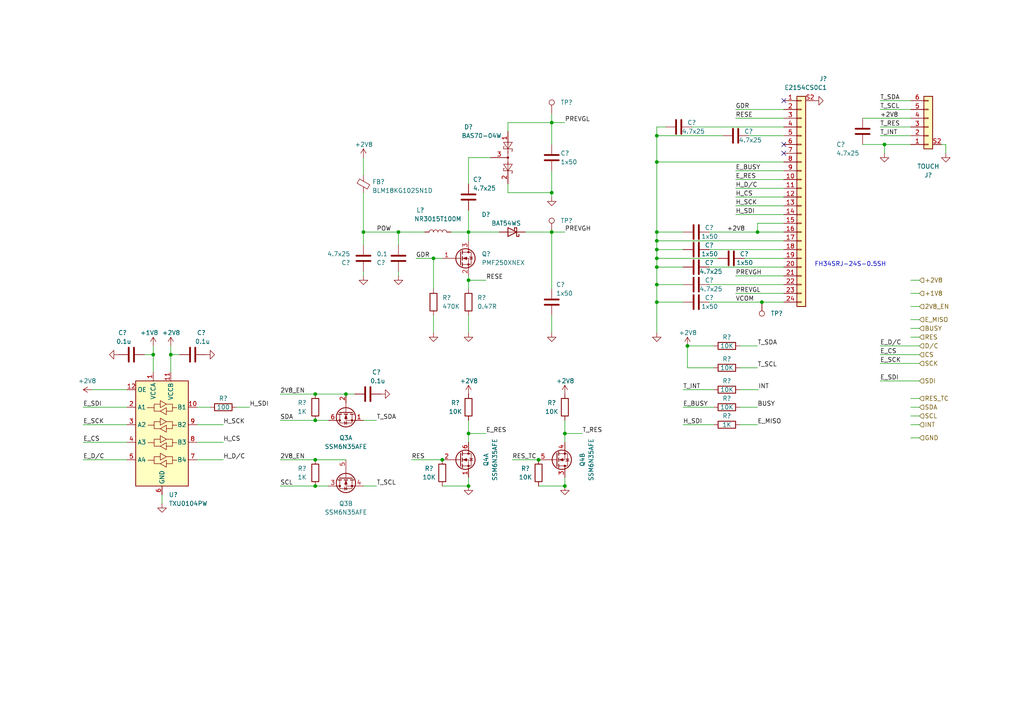
<source format=kicad_sch>
(kicad_sch (version 20230221) (generator eeschema)
  (paper "A4")
  (lib_symbols
    (symbol "Connector:TestPoint" (pin_numbers hide) (pin_names (offset 0.762) hide)
      (property "Reference" "TP" (at 0 6.858 0))
      (property "Value" "TestPoint" (at 0 5.08 0))
      (symbol "TestPoint_0_1"
        (circle (center 0 3.302) (radius 0.762))
      )
      (symbol "TestPoint_1_1"
        (pin passive line (at 0 0 90) (length 2.54) (name "1") (number "1"))
      )
    )
    (symbol "Connector_Generic:Conn_01x06" (pin_names (offset 1.016) hide)
      (property "Reference" "J5" (at 0 13.97 0))
      (property "Value" "TOUCH" (at 0 11.43 0))
      (symbol "Conn_01x06_1_1"
        (rectangle (start -1.27 -7.493) (end 0 -7.747) (stroke (width 0.1524)))
        (rectangle (start -1.27 -4.953) (end 0 -5.207) (stroke (width 0.1524)))
        (rectangle (start -1.27 -2.413) (end 0 -2.667) (stroke (width 0.1524)))
        (rectangle (start -1.27 0.127) (end 0 -0.127) (stroke (width 0.1524)))
        (rectangle (start -1.27 2.667) (end 0 2.413) (stroke (width 0.1524)))
        (rectangle (start -1.27 5.207) (end 0 4.953) (stroke (width 0.1524)))
        (rectangle (start -1.27 6.35) (end 1.27 -8.89) (stroke (width 0.254)) (fill (type background)))
        (pin passive line (at -5.08 5.08 0) (length 3.81) (name "Pin_1") (number "1"))
        (pin passive line (at -5.08 2.54 0) (length 3.81) (name "Pin_2") (number "2"))
        (pin passive line (at -5.08 0 0) (length 3.81) (name "Pin_3") (number "3"))
        (pin passive line (at -5.08 -2.54 0) (length 3.81) (name "Pin_4") (number "4"))
        (pin passive line (at -5.08 -5.08 0) (length 3.81) (name "Pin_5") (number "5"))
        (pin passive line (at -5.08 -7.62 0) (length 3.81) (name "Pin_6") (number "6"))
        (pin free line (at 3.81 5.08 180) (length 2.54) (name "S") (number "S2"))
      )
    )
    (symbol "Connector_Generic:Conn_01x24" (pin_names (offset 1.016) hide)
      (property "Reference" "J4" (at 6.35 34.29 0))
      (property "Value" "E2154CS0C1" (at 1.27 31.75 0))
      (symbol "Conn_01x24_1_1"
        (rectangle (start -1.27 -30.353) (end 0 -30.607) (stroke (width 0.1524)))
        (rectangle (start -1.27 -27.813) (end 0 -28.067) (stroke (width 0.1524)))
        (rectangle (start -1.27 -25.273) (end 0 -25.527) (stroke (width 0.1524)))
        (rectangle (start -1.27 -22.733) (end 0 -22.987) (stroke (width 0.1524)))
        (rectangle (start -1.27 -20.193) (end 0 -20.447) (stroke (width 0.1524)))
        (rectangle (start -1.27 -17.653) (end 0 -17.907) (stroke (width 0.1524)))
        (rectangle (start -1.27 -15.113) (end 0 -15.367) (stroke (width 0.1524)))
        (rectangle (start -1.27 -12.573) (end 0 -12.827) (stroke (width 0.1524)))
        (rectangle (start -1.27 -10.033) (end 0 -10.287) (stroke (width 0.1524)))
        (rectangle (start -1.27 -7.493) (end 0 -7.747) (stroke (width 0.1524)))
        (rectangle (start -1.27 -4.953) (end 0 -5.207) (stroke (width 0.1524)))
        (rectangle (start -1.27 -2.413) (end 0 -2.667) (stroke (width 0.1524)))
        (rectangle (start -1.27 0.127) (end 0 -0.127) (stroke (width 0.1524)))
        (rectangle (start -1.27 2.667) (end 0 2.413) (stroke (width 0.1524)))
        (rectangle (start -1.27 5.207) (end 0 4.953) (stroke (width 0.1524)))
        (rectangle (start -1.27 7.747) (end 0 7.493) (stroke (width 0.1524)))
        (rectangle (start -1.27 10.287) (end 0 10.033) (stroke (width 0.1524)))
        (rectangle (start -1.27 12.827) (end 0 12.573) (stroke (width 0.1524)))
        (rectangle (start -1.27 15.367) (end 0 15.113) (stroke (width 0.1524)))
        (rectangle (start -1.27 17.907) (end 0 17.653) (stroke (width 0.1524)))
        (rectangle (start -1.27 20.447) (end 0 20.193) (stroke (width 0.1524)))
        (rectangle (start -1.27 22.987) (end 0 22.733) (stroke (width 0.1524)))
        (rectangle (start -1.27 25.527) (end 0 25.273) (stroke (width 0.1524)))
        (rectangle (start -1.27 28.067) (end 0 27.813) (stroke (width 0.1524)))
        (rectangle (start -1.27 29.21) (end 1.27 -31.75) (stroke (width 0.254)) (fill (type background)))
        (pin passive line (at -5.08 27.94 0) (length 3.81) (name "Pin_1") (number "1"))
        (pin passive line (at -5.08 5.08 0) (length 3.81) (name "Pin_10") (number "10"))
        (pin passive line (at -5.08 2.54 0) (length 3.81) (name "Pin_11") (number "11"))
        (pin passive line (at -5.08 0 0) (length 3.81) (name "Pin_12") (number "12"))
        (pin passive line (at -5.08 -2.54 0) (length 3.81) (name "Pin_13") (number "13"))
        (pin passive line (at -5.08 -5.08 0) (length 3.81) (name "Pin_14") (number "14"))
        (pin passive line (at -5.08 -7.62 0) (length 3.81) (name "Pin_15") (number "15"))
        (pin passive line (at -5.08 -10.16 0) (length 3.81) (name "Pin_16") (number "16"))
        (pin passive line (at -5.08 -12.7 0) (length 3.81) (name "Pin_17") (number "17"))
        (pin passive line (at -5.08 -15.24 0) (length 3.81) (name "Pin_18") (number "18"))
        (pin passive line (at -5.08 -17.78 0) (length 3.81) (name "Pin_19") (number "19"))
        (pin passive line (at -5.08 25.4 0) (length 3.81) (name "Pin_2") (number "2"))
        (pin passive line (at -5.08 -20.32 0) (length 3.81) (name "Pin_20") (number "20"))
        (pin passive line (at -5.08 -22.86 0) (length 3.81) (name "Pin_21") (number "21"))
        (pin passive line (at -5.08 -25.4 0) (length 3.81) (name "Pin_22") (number "22"))
        (pin passive line (at -5.08 -27.94 0) (length 3.81) (name "Pin_23") (number "23"))
        (pin passive line (at -5.08 -30.48 0) (length 3.81) (name "Pin_24") (number "24"))
        (pin passive line (at -5.08 22.86 0) (length 3.81) (name "Pin_3") (number "3"))
        (pin passive line (at -5.08 20.32 0) (length 3.81) (name "Pin_4") (number "4"))
        (pin passive line (at -5.08 17.78 0) (length 3.81) (name "Pin_5") (number "5"))
        (pin passive line (at -5.08 15.24 0) (length 3.81) (name "Pin_6") (number "6"))
        (pin passive line (at -5.08 12.7 0) (length 3.81) (name "Pin_7") (number "7"))
        (pin passive line (at -5.08 10.16 0) (length 3.81) (name "Pin_8") (number "8"))
        (pin passive line (at -5.08 7.62 0) (length 3.81) (name "Pin_9") (number "9"))
        (pin free line (at 3.81 27.94 180) (length 2.54) (name "S") (number "S2"))
      )
    )
    (symbol "Device:C" (pin_numbers hide) (pin_names (offset 0.254))
      (property "Reference" "C" (at 0.635 2.54 0))
      (property "Value" "C" (at 0.635 -2.54 0))
      (symbol "C_0_1"
        (polyline (pts (xy -2.032 -0.762) (xy 2.032 -0.762)) (stroke (width 0.508)))
        (polyline (pts (xy -2.032 0.762) (xy 2.032 0.762)) (stroke (width 0.508)))
      )
      (symbol "C_1_1"
        (pin passive line (at 0 3.81 270) (length 2.794) (name "~") (number "1"))
        (pin passive line (at 0 -3.81 90) (length 2.794) (name "~") (number "2"))
      )
    )
    (symbol "Device:D_Schottky" (pin_numbers hide) (pin_names (offset 1.016) hide)
      (property "Reference" "D" (at 0 2.54 0))
      (property "Value" "D_Schottky" (at 0 -2.54 0))
      (symbol "D_Schottky_0_1"
        (polyline (pts (xy 1.27 0) (xy -1.27 0)))
        (polyline (pts (xy 1.27 1.27) (xy 1.27 -1.27) (xy -1.27 0) (xy 1.27 1.27)) (stroke (width 0.254)))
        (polyline (pts (xy -1.905 0.635) (xy -1.905 1.27) (xy -1.27 1.27) (xy -1.27 -1.27) (xy -0.635 -1.27) (xy -0.635 -0.635)) (stroke (width 0.254)))
      )
      (symbol "D_Schottky_1_1"
        (pin passive line (at -3.81 0 0) (length 2.54) (name "K") (number "1"))
        (pin passive line (at 3.81 0 180) (length 2.54) (name "A") (number "2"))
      )
    )
    (symbol "Device:FerriteBead_Small" (pin_numbers hide) (pin_names (offset 0))
      (property "Reference" "FB" (at 1.905 1.27 0))
      (property "Value" "FerriteBead_Small" (at 1.905 -1.27 0))
      (symbol "FerriteBead_Small_0_1"
        (polyline (pts (xy 0 -1.27) (xy 0 -0.7874)))
        (polyline (pts (xy 0 0.889) (xy 0 1.2954)))
        (polyline (pts (xy -1.8288 0.2794) (xy -1.1176 1.4986) (xy 1.8288 -0.2032) (xy 1.1176 -1.4224) (xy -1.8288 0.2794)))
      )
      (symbol "FerriteBead_Small_1_1"
        (pin passive line (at 0 2.54 270) (length 1.27) (name "~") (number "1"))
        (pin passive line (at 0 -2.54 90) (length 1.27) (name "~") (number "2"))
      )
    )
    (symbol "Device:L" (pin_numbers hide) (pin_names (offset 1.016) hide)
      (property "Reference" "L" (at -1.27 0 90))
      (property "Value" "L" (at 1.905 0 90))
      (symbol "L_0_1"
        (arc (start 0 -2.54) (mid 0.6323 -1.905) (end 0 -1.27))
        (arc (start 0 -1.27) (mid 0.6323 -0.635) (end 0 0))
        (arc (start 0 0) (mid 0.6323 0.635) (end 0 1.27))
        (arc (start 0 1.27) (mid 0.6323 1.905) (end 0 2.54))
      )
      (symbol "L_1_1"
        (pin passive line (at 0 3.81 270) (length 1.27) (name "1") (number "1"))
        (pin passive line (at 0 -3.81 90) (length 1.27) (name "2") (number "2"))
      )
    )
    (symbol "Device:Q_NMOS_GSD" (pin_names (offset 0) hide)
      (property "Reference" "Q" (at 5.08 1.27 0))
      (property "Value" "Q_NMOS_GSD" (at 5.08 -1.27 0))
      (symbol "Q_NMOS_GSD_0_1"
        (polyline (pts (xy 0.254 0) (xy -2.54 0)))
        (polyline (pts (xy 0.254 1.905) (xy 0.254 -1.905)) (stroke (width 0.254)))
        (polyline (pts (xy 0.762 -1.27) (xy 0.762 -2.286)) (stroke (width 0.254)))
        (polyline (pts (xy 0.762 0.508) (xy 0.762 -0.508)) (stroke (width 0.254)))
        (polyline (pts (xy 0.762 2.286) (xy 0.762 1.27)) (stroke (width 0.254)))
        (polyline (pts (xy 2.54 2.54) (xy 2.54 1.778)))
        (polyline (pts (xy 2.54 -2.54) (xy 2.54 0) (xy 0.762 0)))
        (polyline (pts (xy 0.762 -1.778) (xy 3.302 -1.778) (xy 3.302 1.778) (xy 0.762 1.778)))
        (polyline (pts (xy 1.016 0) (xy 2.032 0.381) (xy 2.032 -0.381) (xy 1.016 0)) (fill (type outline)))
        (polyline (pts (xy 2.794 0.508) (xy 2.921 0.381) (xy 3.683 0.381) (xy 3.81 0.254)))
        (polyline (pts (xy 3.302 0.381) (xy 2.921 -0.254) (xy 3.683 -0.254) (xy 3.302 0.381)))
        (circle (center 1.651 0) (radius 2.794) (stroke (width 0.254)))
        (circle (center 2.54 -1.778) (radius 0.254) (fill (type outline)))
        (circle (center 2.54 1.778) (radius 0.254) (fill (type outline)))
      )
      (symbol "Q_NMOS_GSD_1_1"
        (pin input line (at -5.08 0 0) (length 2.54) (name "G") (number "1"))
        (pin passive line (at 2.54 -5.08 90) (length 2.54) (name "S") (number "2"))
        (pin passive line (at 2.54 5.08 270) (length 2.54) (name "D") (number "3"))
      )
    )
    (symbol "Device:R" (pin_numbers hide) (pin_names (offset 0))
      (property "Reference" "R" (at 2.032 0 90))
      (property "Value" "R" (at 0 0 90))
      (symbol "R_0_1"
        (rectangle (start -1.016 -2.54) (end 1.016 2.54) (stroke (width 0.254)))
      )
      (symbol "R_1_1"
        (pin passive line (at 0 3.81 270) (length 1.27) (name "~") (number "1"))
        (pin passive line (at 0 -3.81 90) (length 1.27) (name "~") (number "2"))
      )
    )
    (symbol "Diode:BAT54SW" (pin_names (offset 1.016))
      (property "Reference" "D" (at 0.635 -3.81 0))
      (property "Value" "BAT54SW" (at -6.35 3.175 0))
      (symbol "BAT54SW_0_1"
        (polyline (pts (xy -3.81 0) (xy -1.27 0)))
        (polyline (pts (xy -3.175 -1.27) (xy -3.175 -1.016)))
        (polyline (pts (xy -2.54 -1.27) (xy -3.175 -1.27)))
        (polyline (pts (xy -2.54 -1.27) (xy -2.54 1.27)))
        (polyline (pts (xy -2.54 1.27) (xy -1.905 1.27)))
        (polyline (pts (xy -1.905 0) (xy 1.905 0)))
        (polyline (pts (xy -1.905 1.27) (xy -1.905 1.016)))
        (polyline (pts (xy 1.27 0) (xy 3.81 0)))
        (polyline (pts (xy 3.175 -1.27) (xy 3.175 -1.016)))
        (polyline (pts (xy 3.81 -1.27) (xy 3.175 -1.27)))
        (polyline (pts (xy 3.81 -1.27) (xy 3.81 1.27)))
        (polyline (pts (xy 3.81 1.27) (xy 4.445 1.27)))
        (polyline (pts (xy 4.445 1.27) (xy 4.445 1.016)))
        (polyline (pts (xy -4.445 1.27) (xy -4.445 -1.27) (xy -2.54 0) (xy -4.445 1.27)))
        (polyline (pts (xy 1.905 1.27) (xy 1.905 -1.27) (xy 3.81 0) (xy 1.905 1.27)))
        (circle (center 0 0) (radius 0.254) (fill (type outline)))
      )
      (symbol "BAT54SW_1_1"
        (pin passive line (at -7.62 0 0) (length 3.81) (name "~") (number "1"))
        (pin passive line (at 7.62 0 180) (length 3.81) (name "~") (number "2"))
        (pin passive line (at 0 -5.08 90) (length 5.08) (name "~") (number "3"))
      )
    )
    (symbol "Logic_LevelTranslator:TXB0104RUT"
      (property "Reference" "U" (at -6.35 16.51 0))
      (property "Value" "TXB0104RUT" (at 3.81 16.51 0))
      (symbol "TXB0104RUT_0_1"
        (rectangle (start -7.62 15.24) (end 7.62 -15.24) (stroke (width 0.254)) (fill (type background)))
        (polyline (pts (xy -2.286 -7.747) (xy -2.286 -6.731) (xy -0.508 -6.731)))
        (polyline (pts (xy -2.286 -2.667) (xy -2.286 -1.651) (xy -0.508 -1.651)))
        (polyline (pts (xy -2.286 2.413) (xy -2.286 3.429) (xy -0.508 3.429)))
        (polyline (pts (xy -2.286 7.493) (xy -2.286 8.509) (xy -0.508 8.509)))
        (polyline (pts (xy 3.048 -7.747) (xy 3.048 -8.763) (xy 1.27 -8.763)))
        (polyline (pts (xy 3.048 -2.667) (xy 3.048 -3.683) (xy 1.27 -3.683)))
        (polyline (pts (xy 3.048 2.413) (xy 3.048 1.397) (xy 1.27 1.397)))
        (polyline (pts (xy 3.048 7.493) (xy 3.048 6.477) (xy 1.27 6.477)))
        (polyline (pts (xy -0.508 -8.763) (xy -2.286 -8.763) (xy -2.286 -7.747) (xy -4.064 -7.747)))
        (polyline (pts (xy -0.508 -8.763) (xy 1.27 -7.747) (xy 1.27 -9.779) (xy -0.508 -8.763)))
        (polyline (pts (xy -0.508 -3.683) (xy -2.286 -3.683) (xy -2.286 -2.667) (xy -4.064 -2.667)))
        (polyline (pts (xy -0.508 -3.683) (xy 1.27 -2.667) (xy 1.27 -4.699) (xy -0.508 -3.683)))
        (polyline (pts (xy -0.508 1.397) (xy -2.286 1.397) (xy -2.286 2.413) (xy -4.064 2.413)))
        (polyline (pts (xy -0.508 1.397) (xy 1.27 2.413) (xy 1.27 0.381) (xy -0.508 1.397)))
        (polyline (pts (xy -0.508 6.477) (xy -2.286 6.477) (xy -2.286 7.493) (xy -4.318 7.493)))
        (polyline (pts (xy -0.508 6.477) (xy 1.27 7.493) (xy 1.27 5.461) (xy -0.508 6.477)))
        (polyline (pts (xy 1.27 -6.731) (xy -0.508 -7.747) (xy -0.508 -5.715) (xy 1.27 -6.731)))
        (polyline (pts (xy 1.27 -6.731) (xy 3.048 -6.731) (xy 3.048 -7.747) (xy 4.318 -7.747)))
        (polyline (pts (xy 1.27 -1.651) (xy -0.508 -2.667) (xy -0.508 -0.635) (xy 1.27 -1.651)))
        (polyline (pts (xy 1.27 -1.651) (xy 3.048 -1.651) (xy 3.048 -2.667) (xy 4.318 -2.667)))
        (polyline (pts (xy 1.27 3.429) (xy -0.508 2.413) (xy -0.508 4.445) (xy 1.27 3.429)))
        (polyline (pts (xy 1.27 3.429) (xy 3.048 3.429) (xy 3.048 2.413) (xy 4.318 2.413)))
        (polyline (pts (xy 1.27 8.509) (xy -0.508 7.493) (xy -0.508 9.525) (xy 1.27 8.509)))
        (polyline (pts (xy 1.27 8.509) (xy 3.048 8.509) (xy 3.048 7.493) (xy 4.318 7.493)))
      )
      (symbol "TXB0104RUT_1_1"
        (pin power_in line (at -2.54 17.78 270) (length 2.54) (name "VCCA") (number "1"))
        (pin tri_state line (at 10.16 7.62 180) (length 2.54) (name "B1") (number "10"))
        (pin power_in line (at 2.54 17.78 270) (length 2.54) (name "VCCB") (number "11"))
        (pin input line (at -10.16 12.7 0) (length 2.54) (name "OE") (number "12"))
        (pin tri_state line (at -10.16 7.62 0) (length 2.54) (name "A1") (number "2"))
        (pin tri_state line (at -10.16 2.54 0) (length 2.54) (name "A2") (number "3"))
        (pin tri_state line (at -10.16 -2.54 0) (length 2.54) (name "A3") (number "4"))
        (pin tri_state line (at -10.16 -7.62 0) (length 2.54) (name "A4") (number "5"))
        (pin power_in line (at 0 -17.78 90) (length 2.54) (name "GND") (number "6"))
        (pin tri_state line (at 10.16 -7.62 180) (length 2.54) (name "B4") (number "7"))
        (pin tri_state line (at 10.16 -2.54 180) (length 2.54) (name "B3") (number "8"))
        (pin tri_state line (at 10.16 2.54 180) (length 2.54) (name "B2") (number "9"))
      )
    )
    (symbol "Transistor_FET:FDG1024NZ" (pin_names hide)
      (property "Reference" "Q" (at 5.08 1.905 0))
      (property "Value" "FDG1024NZ" (at 5.08 0 0))
      (symbol "FDG1024NZ_0_1"
        (polyline (pts (xy 0.254 0) (xy -2.54 0)))
        (polyline (pts (xy 0.254 1.905) (xy 0.254 -1.905)) (stroke (width 0.254)))
        (polyline (pts (xy 0.762 -1.27) (xy 0.762 -2.286)) (stroke (width 0.254)))
        (polyline (pts (xy 0.762 0.508) (xy 0.762 -0.508)) (stroke (width 0.254)))
        (polyline (pts (xy 0.762 2.286) (xy 0.762 1.27)) (stroke (width 0.254)))
        (polyline (pts (xy 2.54 2.54) (xy 2.54 1.778)))
        (polyline (pts (xy 2.54 -2.54) (xy 2.54 0) (xy 0.762 0)))
        (polyline (pts (xy 0.762 -1.778) (xy 3.302 -1.778) (xy 3.302 1.778) (xy 0.762 1.778)))
        (polyline (pts (xy 1.016 0) (xy 2.032 0.381) (xy 2.032 -0.381) (xy 1.016 0)) (fill (type outline)))
        (polyline (pts (xy 2.794 0.508) (xy 2.921 0.381) (xy 3.683 0.381) (xy 3.81 0.254)))
        (polyline (pts (xy 3.302 0.381) (xy 2.921 -0.254) (xy 3.683 -0.254) (xy 3.302 0.381)))
        (circle (center 1.651 0) (radius 2.794) (stroke (width 0.254)))
        (circle (center 2.54 -1.778) (radius 0.254) (fill (type outline)))
        (circle (center 2.54 1.778) (radius 0.254) (fill (type outline)))
      )
      (symbol "FDG1024NZ_1_1"
        (pin passive line (at 2.54 -5.08 90) (length 2.54) (name "S") (number "1"))
        (pin passive line (at -5.08 0 0) (length 2.54) (name "G") (number "2"))
        (pin passive line (at 2.54 5.08 270) (length 2.54) (name "D") (number "6"))
      )
      (symbol "FDG1024NZ_2_1"
        (pin passive line (at 2.54 5.08 270) (length 2.54) (name "D") (number "3"))
        (pin passive line (at 2.54 -5.08 90) (length 2.54) (name "S") (number "4"))
        (pin passive line (at -5.08 0 0) (length 2.54) (name "G") (number "5"))
      )
    )
    (symbol "power:+1V8" (power) (pin_names (offset 0))
      (property "Value" "+1V8" (at 0 3.556 0))
      (symbol "+1V8_0_1"
        (polyline (pts (xy -0.762 1.27) (xy 0 2.54)))
        (polyline (pts (xy 0 0) (xy 0 2.54)))
        (polyline (pts (xy 0 2.54) (xy 0.762 1.27)))
      )
      (symbol "+1V8_1_1"
        (pin power_in line (at 0 0 90) (length 0) hide (name "+1V8") (number "1"))
      )
    )
    (symbol "power:+2V8" (power) (pin_names (offset 0))
      (property "Value" "+2V8" (at 0 3.556 0))
      (symbol "+2V8_0_1"
        (polyline (pts (xy -0.762 1.27) (xy 0 2.54)))
        (polyline (pts (xy 0 0) (xy 0 2.54)))
        (polyline (pts (xy 0 2.54) (xy 0.762 1.27)))
      )
      (symbol "+2V8_1_1"
        (pin power_in line (at 0 0 90) (length 0) hide (name "+2V8") (number "1"))
      )
    )
    (symbol "power:GND" (power) (pin_names (offset 0))
      (property "Value" "GND" (at 0 -3.81 0))
      (symbol "GND_0_1"
        (polyline (pts (xy 0 0) (xy 0 -1.27) (xy 1.27 -1.27) (xy 0 -2.54) (xy -1.27 -1.27) (xy 0 -1.27)))
      )
      (symbol "GND_1_1"
        (pin power_in line (at 0 0 270) (length 0) hide (name "GND") (number "1"))
      )
    )
  )
  (junction (at 256.54 41.91))
  (junction (at 128.27 133.35))
  (junction (at 190.5 67.31))
  (junction (at 160.02 55.88))
  (junction (at 163.83 140.97))
  (junction (at 220.98 87.63))
  (junction (at 219.71 67.31))
  (junction (at 100.33 114.3))
  (junction (at 156.21 133.35))
  (junction (at 49.53 102.87))
  (junction (at 135.89 125.73))
  (junction (at 91.44 133.35))
  (junction (at 115.57 67.31))
  (junction (at 91.44 140.97))
  (junction (at 190.5 87.63))
  (junction (at 190.5 72.39))
  (junction (at 91.44 121.92))
  (junction (at 163.83 125.73))
  (junction (at 190.5 77.47))
  (junction (at 190.5 39.37))
  (junction (at 125.73 74.93))
  (junction (at 190.5 69.85))
  (junction (at 44.45 102.87))
  (junction (at 91.44 114.3))
  (junction (at 190.5 82.55))
  (junction (at 160.02 35.56))
  (junction (at 190.5 74.93))
  (junction (at 135.89 140.97))
  (junction (at 135.89 81.28))
  (junction (at 190.5 46.99))
  (junction (at 199.39 100.33))
  (junction (at 160.02 67.31))
  (junction (at 105.41 67.31))
  (junction (at 135.89 67.31))
  (no_connect (at 227.33 44.45))
  (no_connect (at 227.33 41.91))
  (no_connect (at 227.33 29.21))
  (wire (pts (xy 190.5 67.31) (xy 198.12 67.31)))
  (wire (pts (xy 255.27 102.87) (xy 266.7 102.87)))
  (wire (pts (xy 190.5 69.85) (xy 190.5 72.39)))
  (wire (pts (xy 41.91 102.87) (xy 44.45 102.87)))
  (wire (pts (xy 147.32 35.56) (xy 147.32 38.1)))
  (wire (pts (xy 105.41 78.74) (xy 105.41 80.01)))
  (wire (pts (xy 135.89 67.31) (xy 135.89 69.85)))
  (wire (pts (xy 91.44 121.92) (xy 95.25 121.92)))
  (wire (pts (xy 220.98 87.63) (xy 227.33 87.63)))
  (wire (pts (xy 52.07 102.87) (xy 49.53 102.87)))
  (wire (pts (xy 26.67 113.03) (xy 36.83 113.03)))
  (wire (pts (xy 198.12 123.19) (xy 207.01 123.19)))
  (wire (pts (xy 144.78 67.31) (xy 135.89 67.31)))
  (wire (pts (xy 213.36 85.09) (xy 227.33 85.09)))
  (wire (pts (xy 264.16 97.79) (xy 266.7 97.79)))
  (wire (pts (xy 190.5 67.31) (xy 190.5 69.85)))
  (wire (pts (xy 190.5 77.47) (xy 190.5 82.55)))
  (wire (pts (xy 81.28 133.35) (xy 91.44 133.35)))
  (wire (pts (xy 199.39 106.68) (xy 199.39 100.33)))
  (wire (pts (xy 215.9 74.93) (xy 227.33 74.93)))
  (wire (pts (xy 24.13 128.27) (xy 36.83 128.27)))
  (wire (pts (xy 44.45 100.33) (xy 44.45 102.87)))
  (wire (pts (xy 205.74 82.55) (xy 227.33 82.55)))
  (wire (pts (xy 214.63 123.19) (xy 219.71 123.19)))
  (wire (pts (xy 105.41 67.31) (xy 115.57 67.31)))
  (wire (pts (xy 120.65 74.93) (xy 125.73 74.93)))
  (wire (pts (xy 264.16 85.09) (xy 266.7 85.09)))
  (wire (pts (xy 160.02 35.56) (xy 160.02 41.91)))
  (wire (pts (xy 214.63 100.33) (xy 219.71 100.33)))
  (wire (pts (xy 128.27 140.97) (xy 135.89 140.97)))
  (wire (pts (xy 190.5 69.85) (xy 227.33 69.85)))
  (wire (pts (xy 190.5 87.63) (xy 190.5 96.52)))
  (wire (pts (xy 213.36 34.29) (xy 227.33 34.29)))
  (wire (pts (xy 160.02 35.56) (xy 163.83 35.56)))
  (wire (pts (xy 24.13 118.11) (xy 36.83 118.11)))
  (wire (pts (xy 255.27 100.33) (xy 266.7 100.33)))
  (wire (pts (xy 256.54 41.91) (xy 264.16 41.91)))
  (wire (pts (xy 250.19 41.91) (xy 256.54 41.91)))
  (wire (pts (xy 213.36 54.61) (xy 227.33 54.61)))
  (wire (pts (xy 190.5 74.93) (xy 208.28 74.93)))
  (wire (pts (xy 190.5 74.93) (xy 190.5 77.47)))
  (wire (pts (xy 217.17 39.37) (xy 227.33 39.37)))
  (wire (pts (xy 198.12 113.03) (xy 207.01 113.03)))
  (wire (pts (xy 213.36 62.23) (xy 227.33 62.23)))
  (wire (pts (xy 198.12 118.11) (xy 207.01 118.11)))
  (wire (pts (xy 213.36 31.75) (xy 227.33 31.75)))
  (wire (pts (xy 264.16 81.28) (xy 266.7 81.28)))
  (wire (pts (xy 274.32 44.45) (xy 274.32 41.91)))
  (wire (pts (xy 135.89 125.73) (xy 135.89 128.27)))
  (wire (pts (xy 163.83 125.73) (xy 168.91 125.73)))
  (wire (pts (xy 105.41 67.31) (xy 105.41 71.12)))
  (wire (pts (xy 264.16 95.25) (xy 266.7 95.25)))
  (wire (pts (xy 147.32 35.56) (xy 160.02 35.56)))
  (wire (pts (xy 135.89 140.97) (xy 135.89 138.43)))
  (wire (pts (xy 255.27 39.37) (xy 264.16 39.37)))
  (wire (pts (xy 160.02 91.44) (xy 160.02 96.52)))
  (wire (pts (xy 190.5 36.83) (xy 190.5 39.37)))
  (wire (pts (xy 72.39 118.11) (xy 68.58 118.11)))
  (wire (pts (xy 250.19 34.29) (xy 264.16 34.29)))
  (wire (pts (xy 119.38 133.35) (xy 128.27 133.35)))
  (wire (pts (xy 190.5 87.63) (xy 198.12 87.63)))
  (wire (pts (xy 46.99 143.51) (xy 46.99 146.05)))
  (wire (pts (xy 190.5 77.47) (xy 198.12 77.47)))
  (wire (pts (xy 213.36 57.15) (xy 227.33 57.15)))
  (wire (pts (xy 147.32 55.88) (xy 160.02 55.88)))
  (wire (pts (xy 135.89 91.44) (xy 135.89 96.52)))
  (wire (pts (xy 125.73 91.44) (xy 125.73 96.52)))
  (wire (pts (xy 44.45 102.87) (xy 44.45 107.95)))
  (wire (pts (xy 219.71 64.77) (xy 219.71 67.31)))
  (wire (pts (xy 135.89 60.96) (xy 135.89 67.31)))
  (wire (pts (xy 160.02 67.31) (xy 163.83 67.31)))
  (wire (pts (xy 160.02 49.53) (xy 160.02 55.88)))
  (wire (pts (xy 115.57 67.31) (xy 123.19 67.31)))
  (wire (pts (xy 190.5 72.39) (xy 190.5 74.93)))
  (wire (pts (xy 105.41 121.92) (xy 109.22 121.92)))
  (wire (pts (xy 147.32 55.88) (xy 147.32 53.34)))
  (wire (pts (xy 125.73 74.93) (xy 128.27 74.93)))
  (wire (pts (xy 152.4 67.31) (xy 160.02 67.31)))
  (wire (pts (xy 255.27 29.21) (xy 264.16 29.21)))
  (wire (pts (xy 255.27 31.75) (xy 264.16 31.75)))
  (wire (pts (xy 264.16 88.9) (xy 266.7 88.9)))
  (wire (pts (xy 160.02 33.02) (xy 160.02 35.56)))
  (wire (pts (xy 24.13 133.35) (xy 36.83 133.35)))
  (wire (pts (xy 64.77 128.27) (xy 57.15 128.27)))
  (wire (pts (xy 24.13 123.19) (xy 36.83 123.19)))
  (wire (pts (xy 207.01 106.68) (xy 199.39 106.68)))
  (wire (pts (xy 115.57 71.12) (xy 115.57 67.31)))
  (wire (pts (xy 91.44 133.35) (xy 100.33 133.35)))
  (wire (pts (xy 255.27 36.83) (xy 264.16 36.83)))
  (wire (pts (xy 135.89 125.73) (xy 140.97 125.73)))
  (wire (pts (xy 135.89 121.92) (xy 135.89 125.73)))
  (wire (pts (xy 163.83 138.43) (xy 163.83 140.97)))
  (wire (pts (xy 115.57 78.74) (xy 115.57 80.01)))
  (wire (pts (xy 213.36 49.53) (xy 227.33 49.53)))
  (wire (pts (xy 135.89 45.72) (xy 135.89 53.34)))
  (wire (pts (xy 205.74 72.39) (xy 227.33 72.39)))
  (wire (pts (xy 156.21 140.97) (xy 163.83 140.97)))
  (wire (pts (xy 105.41 45.72) (xy 105.41 50.8)))
  (wire (pts (xy 125.73 74.93) (xy 125.73 83.82)))
  (wire (pts (xy 213.36 59.69) (xy 227.33 59.69)))
  (wire (pts (xy 214.63 118.11) (xy 219.71 118.11)))
  (wire (pts (xy 160.02 57.15) (xy 160.02 55.88)))
  (wire (pts (xy 135.89 81.28) (xy 140.97 81.28)))
  (wire (pts (xy 255.27 110.49) (xy 266.7 110.49)))
  (wire (pts (xy 256.54 41.91) (xy 256.54 44.45)))
  (wire (pts (xy 190.5 72.39) (xy 198.12 72.39)))
  (wire (pts (xy 264.16 92.71) (xy 266.7 92.71)))
  (wire (pts (xy 219.71 67.31) (xy 227.33 67.31)))
  (wire (pts (xy 274.32 41.91) (xy 273.05 41.91)))
  (wire (pts (xy 190.5 46.99) (xy 227.33 46.99)))
  (wire (pts (xy 264.16 127) (xy 266.7 127)))
  (wire (pts (xy 264.16 118.11) (xy 266.7 118.11)))
  (wire (pts (xy 81.28 140.97) (xy 91.44 140.97)))
  (wire (pts (xy 200.66 36.83) (xy 227.33 36.83)))
  (wire (pts (xy 205.74 77.47) (xy 227.33 77.47)))
  (wire (pts (xy 205.74 67.31) (xy 219.71 67.31)))
  (wire (pts (xy 163.83 125.73) (xy 163.83 128.27)))
  (wire (pts (xy 199.39 100.33) (xy 207.01 100.33)))
  (wire (pts (xy 91.44 140.97) (xy 95.25 140.97)))
  (wire (pts (xy 160.02 67.31) (xy 160.02 83.82)))
  (wire (pts (xy 264.16 115.57) (xy 266.7 115.57)))
  (wire (pts (xy 81.28 114.3) (xy 91.44 114.3)))
  (wire (pts (xy 64.77 123.19) (xy 57.15 123.19)))
  (wire (pts (xy 190.5 82.55) (xy 190.5 87.63)))
  (wire (pts (xy 81.28 121.92) (xy 91.44 121.92)))
  (wire (pts (xy 205.74 87.63) (xy 220.98 87.63)))
  (wire (pts (xy 264.16 120.65) (xy 266.7 120.65)))
  (wire (pts (xy 142.24 45.72) (xy 135.89 45.72)))
  (wire (pts (xy 49.53 100.33) (xy 49.53 102.87)))
  (wire (pts (xy 102.87 114.3) (xy 100.33 114.3)))
  (wire (pts (xy 64.77 133.35) (xy 57.15 133.35)))
  (wire (pts (xy 130.81 67.31) (xy 135.89 67.31)))
  (wire (pts (xy 105.41 140.97) (xy 109.22 140.97)))
  (wire (pts (xy 219.964 113.03) (xy 214.63 113.03)))
  (wire (pts (xy 148.59 133.35) (xy 156.21 133.35)))
  (wire (pts (xy 105.41 55.88) (xy 105.41 67.31)))
  (wire (pts (xy 190.5 39.37) (xy 209.55 39.37)))
  (wire (pts (xy 214.63 106.68) (xy 219.71 106.68)))
  (wire (pts (xy 213.36 80.01) (xy 227.33 80.01)))
  (wire (pts (xy 49.53 102.87) (xy 49.53 107.95)))
  (wire (pts (xy 163.83 121.92) (xy 163.83 125.73)))
  (wire (pts (xy 60.96 118.11) (xy 57.15 118.11)))
  (wire (pts (xy 190.5 82.55) (xy 198.12 82.55)))
  (wire (pts (xy 213.36 52.07) (xy 227.33 52.07)))
  (wire (pts (xy 91.44 114.3) (xy 100.33 114.3)))
  (wire (pts (xy 264.16 123.19) (xy 266.7 123.19)))
  (wire (pts (xy 135.89 80.01) (xy 135.89 81.28)))
  (wire (pts (xy 190.5 46.99) (xy 190.5 67.31)))
  (wire (pts (xy 135.89 81.28) (xy 135.89 83.82)))
  (wire (pts (xy 190.5 39.37) (xy 190.5 46.99)))
  (wire (pts (xy 255.27 105.41) (xy 266.7 105.41)))
  (wire (pts (xy 219.71 64.77) (xy 227.33 64.77)))
  (wire (pts (xy 193.04 36.83) (xy 190.5 36.83)))
  (text "FH34SRJ-24S-0.5SH" (at 236.22 77.47 0) (effects (font (size 1.27 1.27)) (justify left bottom)))
  (label "T_SDA" (at 255.27 29.21 0))
  (label "H_SCK" (at 213.36 59.69 0))
  (label "H_CS" (at 64.77 128.27 0))
  (label "SDA" (at 81.28 121.92 0))
  (label "INT" (at 219.964 113.03 0))
  (label "E_CS" (at 255.27 102.87 0))
  (label "E_SCK" (at 24.13 123.19 0))
  (label "RES" (at 119.38 133.35 0))
  (label "E_SCK" (at 255.27 105.41 0))
  (label "E_RES" (at 140.97 125.73 0))
  (label "RESE" (at 213.36 34.29 0))
  (label "E_SDI" (at 255.27 110.49 0))
  (label "H_SDI" (at 198.12 123.19 0))
  (label "2V8_EN" (at 81.28 133.35 0))
  (label "GDR" (at 120.65 74.93 0))
  (label "SCL" (at 81.28 140.97 0))
  (label "H_SDI" (at 72.39 118.11 0))
  (label "H_SCK" (at 64.77 123.19 0))
  (label "H_CS" (at 213.36 57.15 0))
  (label "E_CS" (at 24.13 128.27 0))
  (label "RESE" (at 140.97 81.28 0))
  (label "T_SCL" (at 255.27 31.75 0))
  (label "E_SDI" (at 24.13 118.11 0))
  (label "T_SDA" (at 109.22 121.92 0))
  (label "E_MISO" (at 219.71 123.19 0))
  (label "T_SCL" (at 219.71 106.68 0))
  (label "T_RES" (at 255.27 36.83 0))
  (label "T_INT" (at 255.27 39.37 0))
  (label "H_D{slash}C" (at 64.77 133.35 0))
  (label "2V8_EN" (at 81.28 114.3 0))
  (label "PREVGH" (at 213.36 80.01 0))
  (label "H_D{slash}C" (at 213.36 54.61 0))
  (label "BUSY" (at 219.71 118.11 0))
  (label "+2V8" (at 210.82 67.31 0))
  (label "VCOM" (at 213.36 87.63 0))
  (label "+2V8" (at 255.27 34.29 0))
  (label "POW" (at 109.22 67.31 0))
  (label "E_BUSY" (at 213.36 49.53 0))
  (label "T_INT" (at 198.12 113.03 0))
  (label "E_BUSY" (at 198.12 118.11 0))
  (label "PREVGL" (at 213.36 85.09 0))
  (label "T_RES" (at 168.91 125.73 0))
  (label "RES_TC" (at 148.59 133.35 0))
  (label "E_D{slash}C" (at 24.13 133.35 0))
  (label "E_RES" (at 213.36 52.07 0))
  (label "PREVGH" (at 163.83 67.31 0))
  (label "T_SDA" (at 219.71 100.33 0))
  (label "T_SCL" (at 109.22 140.97 0))
  (label "PREVGL" (at 163.83 35.56 0))
  (label "GDR" (at 213.36 31.75 0))
  (label "E_D{slash}C" (at 255.27 100.33 0))
  (label "H_SDI" (at 213.36 62.23 0))
  (hierarchical_label "INT" (shape input) (at 266.7 123.19 0))
  (hierarchical_label "SDI" (shape input) (at 266.7 110.49 0))
  (hierarchical_label "+2V8" (shape input) (at 266.7 81.28 0))
  (hierarchical_label "SDA" (shape input) (at 266.7 118.11 0))
  (hierarchical_label "+1V8" (shape input) (at 266.7 85.09 0))
  (hierarchical_label "D{slash}C" (shape input) (at 266.7 100.33 0))
  (hierarchical_label "SCK" (shape input) (at 266.7 105.41 0))
  (hierarchical_label "BUSY" (shape input) (at 266.7 95.25 0))
  (hierarchical_label "CS" (shape input) (at 266.7 102.87 0))
  (hierarchical_label "GND" (shape input) (at 266.7 127 0))
  (hierarchical_label "2V8_EN" (shape input) (at 266.7 88.9 0))
  (hierarchical_label "E_MISO" (shape input) (at 266.7 92.71 0))
  (hierarchical_label "RES" (shape input) (at 266.7 97.79 0))
  (hierarchical_label "RES_TC" (shape input) (at 266.7 115.57 0))
  (hierarchical_label "SCL" (shape input) (at 266.7 120.65 0))
  (symbol (lib_id "Device:D_Schottky") (at 148.59 67.31 180) (unit 1)
    (property "Reference" "D?" (at 142.24 62.23 0) (effects (justify left)))
    (property "Value" "BAT54WS" (at 151.13 64.77 0) (effects (justify left)))
    (property "Footprint" "Diode_SMD:D_SOD-323F" (effects hide))
    (instances (project "Kampela" (path "" (reference "D?") (unit 1))) (project "Kampela_D1" (path "" (reference "D10") (unit 1))))
  )
  (symbol (lib_id "power:GND") (at 105.41 80.01 0) (unit 1)
    (property "Reference" "#PWR?" (effects hide))
    (property "Value" "GND" (effects hide))
    (instances (project "Kampela" (path "" (reference "#PWR?") (unit 1))) (project "Kampela_D1" (path "" (reference "#PWR071") (unit 1))))
  )
  (symbol (lib_id "Device:C") (at 201.93 72.39 90) (unit 1)
    (property "Reference" "C?" (at 207.01 71.12 90) (effects (justify left)))
    (property "Value" "1x50" (at 208.28 73.66 90) (effects (justify left)))
    (property "Footprint" "Capacitor_SMD:C_0402_1005Metric" (effects hide))
    (instances (project "Kampela" (path "" (reference "C?") (unit 1))) (project "Kampela_D1" (path "" (reference "C51") (unit 1))))
  )
  (symbol (lib_id "Device:R") (at 128.27 137.16 180) (unit 1)
    (property "Reference" "R?" (at 124.46 135.89 0))
    (property "Value" "10K" (at 124.46 138.43 0))
    (property "Footprint" "Resistor_SMD:R_0402_1005Metric" (effects hide))
    (instances (project "Kampela" (path "" (reference "R?") (unit 1))) (project "Kampela_D1" (path "" (reference "R23") (unit 1))))
  )
  (symbol (lib_id "Device:R") (at 135.89 118.11 180) (unit 1)
    (property "Reference" "R?" (at 132.08 116.84 0))
    (property "Value" "10K" (at 132.08 119.38 0))
    (property "Footprint" "Resistor_SMD:R_0402_1005Metric" (effects hide))
    (instances (project "Kampela" (path "" (reference "R?") (unit 1))) (project "Kampela_D1" (path "" (reference "R24") (unit 1))))
  )
  (symbol (lib_id "power:GND") (at 59.69 102.87 90) (unit 1)
    (property "Reference" "#PWR?" (effects hide))
    (property "Value" "GND" (effects hide))
    (instances (project "Kampela" (path "" (reference "#PWR?") (unit 1))) (project "Kampela_D1" (path "" (reference "#PWR069") (unit 1))))
  )
  (symbol (lib_id "Device:C") (at 201.93 82.55 90) (unit 1)
    (property "Reference" "C?" (at 207.01 81.28 90) (effects (justify left)))
    (property "Value" "4.7x25" (at 209.55 83.82 90) (effects (justify left)))
    (property "Footprint" "Capacitor_SMD:C_0402_1005Metric" (effects hide))
    (instances (project "Kampela" (path "" (reference "C?") (unit 1))) (project "Kampela_D1" (path "" (reference "C53") (unit 1))))
  )
  (symbol (lib_id "Device:C") (at 135.89 57.15 0) (unit 1)
    (property "Reference" "C?" (at 137.16 52.07 0) (effects (justify left)))
    (property "Value" "4.7x25" (at 137.16 54.61 0) (effects (justify left)))
    (property "Footprint" "Capacitor_SMD:C_0402_1005Metric" (effects hide))
    (instances (project "Kampela" (path "" (reference "C?") (unit 1))) (project "Kampela_D1" (path "" (reference "C45") (unit 1))))
  )
  (symbol (lib_id "Device:R") (at 91.44 118.11 180) (unit 1)
    (property "Reference" "R?" (at 87.63 116.84 0))
    (property "Value" "1K" (at 87.63 119.38 0))
    (property "Footprint" "Resistor_SMD:R_0402_1005Metric" (effects hide))
    (instances (project "Kampela" (path "" (reference "R?") (unit 1))) (project "Kampela_D1" (path "" (reference "R20") (unit 1))))
  )
  (symbol (lib_id "power:GND") (at 110.49 114.3 90) (unit 1)
    (property "Reference" "#PWR?" (effects hide))
    (property "Value" "GND" (effects hide))
    (instances (project "Kampela" (path "" (reference "#PWR?") (unit 1))) (project "Kampela_D1" (path "" (reference "#PWR075") (unit 1))))
  )
  (symbol (lib_id "Device:R") (at 210.82 106.68 90) (unit 1)
    (property "Reference" "R?" (at 210.82 104.14 90))
    (property "Value" "10K" (at 210.82 106.68 90))
    (property "Footprint" "Resistor_SMD:R_0402_1005Metric" (effects hide))
    (instances (project "Kampela" (path "" (reference "R?") (unit 1))) (project "Kampela_D1" (path "" (reference "R26") (unit 1))))
  )
  (symbol (lib_id "power:GND") (at 190.5 96.52 0) (unit 1)
    (property "Reference" "#PWR?" (effects hide))
    (property "Value" "GND" (effects hide))
    (instances (project "Kampela" (path "" (reference "#PWR?") (unit 1))) (project "Kampela_D1" (path "" (reference "#PWR080") (unit 1))))
  )
  (symbol (lib_id "power:+2V8") (at 26.67 113.03 90) (unit 1)
    (property "Reference" "#PWR?" (effects hide))
    (property "Value" "+2V8" (at 27.94 110.49 90) (effects (justify left)))
    (instances (project "Kampela" (path "" (reference "#PWR?") (unit 1))) (project "Kampela_D1" (path "" (reference "#PWR064") (unit 1))))
  )
  (symbol (lib_id "power:GND") (at 236.22 29.21 90) (unit 1)
    (property "Reference" "#PWR?" (effects hide))
    (property "Value" "GND" (effects hide))
    (instances (project "Kampela" (path "" (reference "#PWR?") (unit 1))) (project "Kampela_D1" (path "" (reference "#PWR087") (unit 1))))
  )
  (symbol (lib_id "Device:R") (at 91.44 137.16 180) (unit 1)
    (property "Reference" "R?" (at 87.63 135.89 0))
    (property "Value" "1K" (at 87.63 138.43 0))
    (property "Footprint" "Resistor_SMD:R_0402_1005Metric" (effects hide))
    (instances (project "Kampela" (path "" (reference "R?") (unit 1))) (project "Kampela_D1" (path "" (reference "R21") (unit 1))))
  )
  (symbol (lib_id "Device:C") (at 160.02 87.63 0) (unit 1)
    (property "Reference" "C?" (at 161.29 82.55 0) (effects (justify left)))
    (property "Value" "1x50" (at 161.29 85.09 0) (effects (justify left)))
    (property "Footprint" "Capacitor_SMD:C_0402_1005Metric" (effects hide))
    (instances (project "Kampela" (path "" (reference "C?") (unit 1))) (project "Kampela_D1" (path "" (reference "C48") (unit 1))))
  )
  (symbol (lib_id "Device:C") (at 212.09 74.93 90) (unit 1)
    (property "Reference" "C?" (at 217.17 73.66 90) (effects (justify left)))
    (property "Value" "1x50" (at 218.44 76.2 90) (effects (justify left)))
    (property "Footprint" "Capacitor_SMD:C_0402_1005Metric" (effects hide))
    (instances (project "Kampela" (path "" (reference "C?") (unit 1))) (project "Kampela_D1" (path "" (reference "C55") (unit 1))))
  )
  (symbol (lib_id "power:+2V8") (at 135.89 114.3 0) (unit 1)
    (property "Reference" "#PWR?" (effects hide))
    (property "Value" "+2V8" (at 133.35 110.49 0) (effects (justify left)))
    (instances (project "Kampela" (path "" (reference "#PWR?") (unit 1))) (project "Kampela_D1" (path "" (reference "#PWR078") (unit 1))))
  )
  (symbol (lib_id "Device:R") (at 156.21 137.16 180) (unit 1)
    (property "Reference" "R?" (at 152.4 135.89 0))
    (property "Value" "10K" (at 152.4 138.43 0))
    (property "Footprint" "Resistor_SMD:R_0402_1005Metric" (effects hide))
    (instances (project "Kampela" (path "" (reference "R?") (unit 1))) (project "Kampela_D1" (path "" (reference "R6") (unit 1))))
  )
  (symbol (lib_id "Device:C") (at 115.57 74.93 0) (unit 1)
    (property "Reference" "C?" (at 109.22 76.2 0) (effects (justify left)))
    (property "Value" "0.1" (at 109.22 73.66 0) (effects (justify left)))
    (property "Footprint" "Capacitor_SMD:C_0402_1005Metric" (effects hide))
    (instances (project "Kampela" (path "" (reference "C?") (unit 1))) (project "Kampela_D1" (path "" (reference "C44") (unit 1))))
  )
  (symbol (lib_id "Device:R") (at 210.82 118.11 90) (unit 1)
    (property "Reference" "R?" (at 210.82 115.57 90))
    (property "Value" "10K" (at 210.82 118.11 90))
    (property "Footprint" "Resistor_SMD:R_0402_1005Metric" (effects hide))
    (instances (project "Kampela" (path "" (reference "R?") (unit 1))) (project "Kampela_D1" (path "" (reference "R27") (unit 1))))
  )
  (symbol (lib_id "Logic_LevelTranslator:TXB0104RUT") (at 46.99 125.73 0) (unit 1)
    (property "Reference" "U?" (at 48.9459 143.51 0) (effects (justify left)))
    (property "Value" "TXU0104PW" (at 48.9459 146.05 0) (effects (justify left)))
    (property "Footprint" "Package_DFN_QFN:Texas_R-PUQFN-N12" (effects hide))
    (property "Datasheet" "http://www.ti.com/lit/ds/symlink/txb0104.pdf" (effects hide))
    (instances (project "Kampela" (path "" (reference "U?") (unit 1))) (project "Kampela_D1" (path "" (reference "U7") (unit 1))))
  )
  (symbol (lib_id "Diode:BAT54SW") (at 147.32 45.72 270) (unit 1)
    (property "Reference" "D?" (at 135.89 36.83 90))
    (property "Value" "BAS70-04W" (at 139.7 39.37 90))
    (property "Footprint" "Package_TO_SOT_SMD:SOT-323_SC-70" (effects hide))
    (property "Datasheet" "https://assets.nexperia.com/documents/data-sheet/BAT54W_SER.pdf" (effects hide))
    (instances (project "Kampela" (path "" (reference "D?") (unit 1))) (project "Kampela_D1" (path "" (reference "D9") (unit 1))))
  )
  (symbol (lib_id "Device:R") (at 210.82 100.33 90) (unit 1)
    (property "Reference" "R?" (at 210.82 97.79 90))
    (property "Value" "10K" (at 210.82 100.33 90))
    (property "Footprint" "Resistor_SMD:R_0402_1005Metric" (effects hide))
    (instances (project "Kampela" (path "" (reference "R?") (unit 1))) (project "Kampela_D1" (path "" (reference "R25") (unit 1))))
  )
  (symbol (lib_id "Device:R") (at 125.73 87.63 0) (unit 1)
    (property "Reference" "R?" (at 128.27 86.3599 0) (effects (justify left)))
    (property "Value" "470K" (at 128.27 88.8999 0) (effects (justify left)))
    (property "Footprint" "Resistor_SMD:R_0402_1005Metric" (effects hide))
    (instances (project "Kampela" (path "" (reference "R?") (unit 1))) (project "Kampela_D1" (path "" (reference "R19") (unit 1))))
  )
  (symbol (lib_id "power:GND") (at 163.83 140.97 0) (unit 1)
    (property "Reference" "#PWR?" (effects hide))
    (property "Value" "GND" (effects hide))
    (instances (project "Kampela" (path "" (reference "#PWR?") (unit 1))) (project "Kampela_D1" (path "" (reference "#PWR018") (unit 1))))
  )
  (symbol (lib_id "power:GND") (at 135.89 140.97 0) (unit 1)
    (property "Reference" "#PWR?" (effects hide))
    (property "Value" "GND" (effects hide))
    (instances (project "Kampela" (path "" (reference "#PWR?") (unit 1))) (project "Kampela_D1" (path "" (reference "#PWR079") (unit 1))))
  )
  (symbol (lib_id "power:+2V8") (at 199.39 100.33 0) (unit 1)
    (property "Reference" "#PWR?" (effects hide))
    (property "Value" "+2V8" (at 196.85 96.52 0) (effects (justify left)))
    (instances (project "Kampela" (path "" (reference "#PWR?") (unit 1))) (project "Kampela_D1" (path "" (reference "#PWR081") (unit 1))))
  )
  (symbol (lib_id "Device:C") (at 250.19 38.1 0) (unit 1)
    (property "Reference" "C?" (at 242.57 41.91 0) (effects (justify left)))
    (property "Value" "4.7x25" (at 242.57 44.45 0) (effects (justify left)))
    (property "Footprint" "Capacitor_SMD:C_0402_1005Metric" (effects hide))
    (instances (project "Kampela" (path "" (reference "C?") (unit 1))) (project "Kampela_D1" (path "" (reference "C57") (unit 1))))
  )
  (symbol (lib_id "Connector_Generic:Conn_01x24") (at 232.41 57.15 0) (unit 1)
    (property "Reference" "J?" (at 238.76 22.86 0))
    (property "Value" "E2154CS0C1" (at 233.68 25.4 0))
    (property "Footprint" "MyLib:GDEY027T91-T01_bended" (effects hide))
    (instances (project "Kampela" (path "" (reference "J?") (unit 1))) (project "Kampela_D1" (path "" (reference "J4") (unit 1))))
  )
  (symbol (lib_id "power:GND") (at 160.02 96.52 0) (unit 1)
    (property "Reference" "#PWR?" (effects hide))
    (property "Value" "GND" (effects hide))
    (instances (project "Kampela" (path "" (reference "#PWR?") (unit 1))) (project "Kampela_D1" (path "" (reference "#PWR077") (unit 1))))
  )
  (symbol (lib_id "power:+2V8") (at 163.83 114.3 0) (unit 1)
    (property "Reference" "#PWR?" (effects hide))
    (property "Value" "+2V8" (at 161.29 110.49 0) (effects (justify left)))
    (instances (project "Kampela" (path "" (reference "#PWR?") (unit 1))) (project "Kampela_D1" (path "" (reference "#PWR062") (unit 1))))
  )
  (symbol (lib_id "power:+2V8") (at 105.41 45.72 0) (unit 1)
    (property "Reference" "#PWR?" (effects hide))
    (property "Value" "+2V8" (at 102.87 41.91 0) (effects (justify left)))
    (instances (project "Kampela" (path "" (reference "#PWR?") (unit 1))) (project "Kampela_D1" (path "" (reference "#PWR070") (unit 1))))
  )
  (symbol (lib_id "power:GND") (at 274.32 44.45 0) (unit 1)
    (property "Reference" "#PWR?" (effects hide))
    (property "Value" "GND" (effects hide))
    (instances (project "Kampela" (path "" (reference "#PWR?") (unit 1))) (project "Kampela_D1" (path "" (reference "#PWR088") (unit 1))))
  )
  (symbol (lib_id "Connector:TestPoint") (at 160.02 67.31 0) (unit 1)
    (property "Reference" "TP?" (at 162.56 64.0079 0) (effects (justify left)))
    (property "Value" "TestPoint" (effects hide))
    (property "Footprint" "TestPoint:TestPoint_Pad_D1.0mm" (effects hide))
    (instances (project "Kampela" (path "" (reference "TP?") (unit 1))) (project "Kampela_D1" (path "" (reference "TP5") (unit 1))))
  )
  (symbol (lib_id "Connector:TestPoint") (at 220.98 87.63 180) (unit 1)
    (property "Reference" "TP?" (at 223.52 90.9319 0) (effects (justify right)))
    (property "Value" "TestPoint" (effects hide))
    (property "Footprint" "TestPoint:TestPoint_Pad_D1.0mm" (effects hide))
    (instances (project "Kampela" (path "" (reference "TP?") (unit 1))) (project "Kampela_D1" (path "" (reference "TP6") (unit 1))))
  )
  (symbol (lib_id "power:GND") (at 115.57 80.01 0) (unit 1)
    (property "Reference" "#PWR?" (effects hide))
    (property "Value" "GND" (effects hide))
    (instances (project "Kampela" (path "" (reference "#PWR?") (unit 1))) (project "Kampela_D1" (path "" (reference "#PWR072") (unit 1))))
  )
  (symbol (lib_id "Device:R") (at 64.77 118.11 270) (unit 1)
    (property "Reference" "R?" (at 64.77 115.57 90))
    (property "Value" "100" (at 64.77 118.11 90))
    (property "Footprint" "Resistor_SMD:R_0402_1005Metric" (effects hide))
    (instances (project "Kampela" (path "" (reference "R?") (unit 1))) (project "Kampela_D1" (path "" (reference "R33") (unit 1))))
  )
  (symbol (lib_id "Device:C") (at 38.1 102.87 90) (unit 1)
    (property "Reference" "C?" (at 36.83 96.52 90) (effects (justify left)))
    (property "Value" "0.1u" (at 38.1 99.06 90) (effects (justify left)))
    (property "Footprint" "Capacitor_SMD:C_0402_1005Metric" (effects hide))
    (instances (project "Kampela" (path "" (reference "C?") (unit 1))) (project "Kampela_D1" (path "" (reference "C41") (unit 1))))
  )
  (symbol (lib_id "Transistor_FET:FDG1024NZ") (at 133.35 133.35 0) (unit 1)
    (property "Reference" "Q4" (at 140.97 133.35 90))
    (property "Value" "SSM6N35AFE" (at 143.51 133.35 90))
    (property "Footprint" "Package_TO_SOT_SMD:SOT-563" (effects hide))
    (property "Datasheet" "https://www.onsemi.com/pub/Collateral/FDG1024NZ-D.pdf" (effects hide))
  )
  (symbol (lib_id "Connector:TestPoint") (at 160.02 33.02 0) (unit 1)
    (property "Reference" "TP?" (at 162.56 29.7179 0) (effects (justify left)))
    (property "Value" "TestPoint" (effects hide))
    (property "Footprint" "TestPoint:TestPoint_Pad_D1.0mm" (effects hide))
    (instances (project "Kampela" (path "" (reference "TP?") (unit 1))) (project "Kampela_D1" (path "" (reference "TP4") (unit 1))))
  )
  (symbol (lib_id "Device:C") (at 201.93 77.47 90) (unit 1)
    (property "Reference" "C?" (at 207.01 76.2 90) (effects (justify left)))
    (property "Value" "4.7x25" (at 209.55 78.74 90) (effects (justify left)))
    (property "Footprint" "Capacitor_SMD:C_0402_1005Metric" (effects hide))
    (instances (project "Kampela" (path "" (reference "C?") (unit 1))) (project "Kampela_D1" (path "" (reference "C52") (unit 1))))
  )
  (symbol (lib_id "Device:FerriteBead_Small") (at 105.41 53.34 180) (unit 1)
    (property "Reference" "FB?" (at 107.95 52.7431 0) (effects (justify right)))
    (property "Value" "BLM18KG102SN1D" (at 107.95 55.2831 0) (effects (justify right)))
    (property "Footprint" "Inductor_SMD:L_0603_1608Metric" (effects hide))
    (instances (project "Kampela" (path "" (reference "FB?") (unit 1))) (project "Kampela_D1" (path "" (reference "FB4") (unit 1))))
  )
  (symbol (lib_id "Device:C") (at 106.68 114.3 90) (unit 1)
    (property "Reference" "C?" (at 110.49 107.95 90) (effects (justify left)))
    (property "Value" "0.1u" (at 111.76 110.49 90) (effects (justify left)))
    (property "Footprint" "Capacitor_SMD:C_0402_1005Metric" (effects hide))
    (instances (project "Kampela" (path "" (reference "C?") (unit 1))) (project "Kampela_D1" (path "" (reference "C46") (unit 1))))
  )
  (symbol (lib_id "Device:R") (at 163.83 118.11 180) (unit 1)
    (property "Reference" "R?" (at 160.02 116.84 0))
    (property "Value" "10K" (at 160.02 119.38 0))
    (property "Footprint" "Resistor_SMD:R_0402_1005Metric" (effects hide))
    (instances (project "Kampela" (path "" (reference "R?") (unit 1))) (project "Kampela_D1" (path "" (reference "R29") (unit 1))))
  )
  (symbol (lib_id "Device:R") (at 210.82 113.03 90) (unit 1)
    (property "Reference" "R?" (at 210.82 110.49 90))
    (property "Value" "10K" (at 210.82 113.03 90))
    (property "Footprint" "Resistor_SMD:R_0402_1005Metric" (effects hide))
    (instances (project "Kampela" (path "" (reference "R?") (unit 1))) (project "Kampela_D1" (path "" (reference "R28") (unit 1))))
  )
  (symbol (lib_id "Device:L") (at 127 67.31 90) (unit 1)
    (property "Reference" "L?" (at 121.92 60.96 90))
    (property "Value" "NR3015T100M" (at 127 63.5 90))
    (property "Footprint" "Inductor_SMD:L_Wuerth_MAPI-3015" (effects hide))
    (instances (project "Kampela" (path "" (reference "L?") (unit 1))) (project "Kampela_D1" (path "" (reference "L3") (unit 1))))
  )
  (symbol (lib_id "Transistor_FET:FDG1024NZ") (at 100.33 138.43 90) (mirror x) (unit 2)
    (property "Reference" "Q3" (at 100.33 146.05 90))
    (property "Value" "SSM6N35AFE" (at 100.33 148.59 90))
    (property "Footprint" "Package_TO_SOT_SMD:SOT-563" (effects hide))
    (property "Datasheet" "https://www.onsemi.com/pub/Collateral/FDG1024NZ-D.pdf" (effects hide))
  )
  (symbol (lib_id "Connector_Generic:Conn_01x06") (at 269.24 36.83 0) (mirror x) (unit 1)
    (property "Reference" "J?" (at 269.24 50.8 0))
    (property "Value" "TOUCH" (at 269.24 48.26 0))
    (property "Footprint" "MyLib:HRS_FH34SRJ-6S-0.5SH(50)" (effects hide))
    (instances (project "Kampela" (path "" (reference "J?") (unit 1))) (project "Kampela_D1" (path "" (reference "J5") (unit 1))))
  )
  (symbol (lib_id "Device:C") (at 196.85 36.83 90) (unit 1)
    (property "Reference" "C?" (at 201.93 35.56 90) (effects (justify left)))
    (property "Value" "4.7x25" (at 204.47 38.1 90) (effects (justify left)))
    (property "Footprint" "Capacitor_SMD:C_0402_1005Metric" (effects hide))
    (instances (project "Kampela" (path "" (reference "C?") (unit 1))) (project "Kampela_D1" (path "" (reference "C49") (unit 1))))
  )
  (symbol (lib_id "Device:Q_NMOS_GSD") (at 133.35 74.93 0) (unit 1)
    (property "Reference" "Q?" (at 139.7 73.6599 0) (effects (justify left)))
    (property "Value" "PMF250XNEX" (at 139.7 76.1999 0) (effects (justify left)))
    (property "Footprint" "Package_TO_SOT_SMD:SOT-323_SC-70" (effects hide))
    (instances (project "Kampela" (path "" (reference "Q?") (unit 1))) (project "Kampela_D1" (path "" (reference "Q2") (unit 1))))
  )
  (symbol (lib_id "Device:C") (at 201.93 67.31 90) (unit 1)
    (property "Reference" "C?" (at 207.01 66.04 90) (effects (justify left)))
    (property "Value" "1x50" (at 208.28 68.58 90) (effects (justify left)))
    (property "Footprint" "Capacitor_SMD:C_0402_1005Metric" (effects hide))
    (instances (project "Kampela" (path "" (reference "C?") (unit 1))) (project "Kampela_D1" (path "" (reference "C50") (unit 1))))
  )
  (symbol (lib_id "power:GND") (at 46.99 146.05 0) (unit 1)
    (property "Reference" "#PWR?" (effects hide))
    (property "Value" "GND" (effects hide))
    (instances (project "Kampela" (path "" (reference "#PWR?") (unit 1))) (project "Kampela_D1" (path "" (reference "#PWR067") (unit 1))))
  )
  (symbol (lib_id "power:GND") (at 34.29 102.87 270) (unit 1)
    (property "Reference" "#PWR?" (effects hide))
    (property "Value" "GND" (effects hide))
    (instances (project "Kampela" (path "" (reference "#PWR?") (unit 1))) (project "Kampela_D1" (path "" (reference "#PWR065") (unit 1))))
  )
  (symbol (lib_id "Transistor_FET:FDG1024NZ") (at 161.29 133.35 0) (mirror x) (unit 2)
    (property "Reference" "Q4" (at 168.91 133.35 90))
    (property "Value" "SSM6N35AFE" (at 171.45 133.35 90))
    (property "Footprint" "Package_TO_SOT_SMD:SOT-563" (effects hide))
    (property "Datasheet" "https://www.onsemi.com/pub/Collateral/FDG1024NZ-D.pdf" (effects hide))
  )
  (symbol (lib_id "Device:C") (at 213.36 39.37 90) (unit 1)
    (property "Reference" "C?" (at 218.44 38.1 90) (effects (justify left)))
    (property "Value" "4.7x25" (at 220.98 40.64 90) (effects (justify left)))
    (property "Footprint" "Capacitor_SMD:C_0402_1005Metric" (effects hide))
    (instances (project "Kampela" (path "" (reference "C?") (unit 1))) (project "Kampela_D1" (path "" (reference "C56") (unit 1))))
  )
  (symbol (lib_id "power:GND") (at 160.02 57.15 0) (unit 1)
    (property "Reference" "#PWR?" (effects hide))
    (property "Value" "GND" (effects hide))
    (instances (project "Kampela" (path "" (reference "#PWR?") (unit 1))) (project "Kampela_D1" (path "" (reference "#PWR076") (unit 1))))
  )
  (symbol (lib_id "power:GND") (at 256.54 44.45 0) (unit 1)
    (property "Reference" "#PWR?" (effects hide))
    (property "Value" "GND" (effects hide))
    (instances (project "Kampela" (path "" (reference "#PWR?") (unit 1))) (project "Kampela_D1" (path "" (reference "#PWR082") (unit 1))))
  )
  (symbol (lib_id "Device:C") (at 105.41 74.93 180) (unit 1)
    (property "Reference" "C?" (at 101.6 76.2 0) (effects (justify left)))
    (property "Value" "4.7x25" (at 101.6 73.66 0) (effects (justify left)))
    (property "Footprint" "Capacitor_SMD:C_0402_1005Metric" (effects hide))
    (instances (project "Kampela" (path "" (reference "C?") (unit 1))) (project "Kampela_D1" (path "" (reference "C43") (unit 1))))
  )
  (symbol (lib_id "power:GND") (at 125.73 96.52 0) (unit 1)
    (property "Reference" "#PWR?" (effects hide))
    (property "Value" "GND" (effects hide))
    (instances (project "Kampela" (path "" (reference "#PWR?") (unit 1))) (project "Kampela_D1" (path "" (reference "#PWR073") (unit 1))))
  )
  (symbol (lib_id "power:GND") (at 135.89 96.52 0) (unit 1)
    (property "Reference" "#PWR?" (effects hide))
    (property "Value" "GND" (effects hide))
    (instances (project "Kampela" (path "" (reference "#PWR?") (unit 1))) (project "Kampela_D1" (path "" (reference "#PWR074") (unit 1))))
  )
  (symbol (lib_id "Transistor_FET:FDG1024NZ") (at 100.33 119.38 90) (mirror x) (unit 1)
    (property "Reference" "Q3" (at 100.33 127 90))
    (property "Value" "SSM6N35AFE" (at 100.33 129.54 90))
    (property "Footprint" "Package_TO_SOT_SMD:SOT-563" (effects hide))
    (property "Datasheet" "https://www.onsemi.com/pub/Collateral/FDG1024NZ-D.pdf" (effects hide))
  )
  (symbol (lib_id "power:+2V8") (at 49.53 100.33 0) (unit 1)
    (property "Reference" "#PWR?" (effects hide))
    (property "Value" "+2V8" (at 46.99 96.52 0) (effects (justify left)))
    (instances (project "Kampela" (path "" (reference "#PWR?") (unit 1))) (project "Kampela_D1" (path "" (reference "#PWR068") (unit 1))))
  )
  (symbol (lib_id "Device:R") (at 135.89 87.63 0) (unit 1)
    (property "Reference" "R?" (at 138.43 86.3599 0) (effects (justify left)))
    (property "Value" "0.47R" (at 138.43 88.8999 0) (effects (justify left)))
    (property "Footprint" "Resistor_SMD:R_0603_1608Metric" (effects hide))
    (instances (project "Kampela" (path "" (reference "R?") (unit 1))) (project "Kampela_D1" (path "" (reference "R22") (unit 1))))
  )
  (symbol (lib_id "Device:C") (at 201.93 87.63 90) (unit 1)
    (property "Reference" "C?" (at 207.01 86.36 90) (effects (justify left)))
    (property "Value" "1x50" (at 208.28 88.9 90) (effects (justify left)))
    (property "Footprint" "Capacitor_SMD:C_0402_1005Metric" (effects hide))
    (instances (project "Kampela" (path "" (reference "C?") (unit 1))) (project "Kampela_D1" (path "" (reference "C54") (unit 1))))
  )
  (symbol (lib_id "Device:R") (at 210.82 123.19 270) (unit 1)
    (property "Reference" "R?" (at 210.82 120.65 90))
    (property "Value" "1K" (at 210.82 123.19 90))
    (property "Footprint" "Resistor_SMD:R_0402_1005Metric" (effects hide))
    (instances (project "Kampela" (path "" (reference "R?") (unit 1))) (project "Kampela_D1" (path "" (reference "R34") (unit 1))))
  )
  (symbol (lib_id "Device:C") (at 160.02 45.72 0) (unit 1)
    (property "Reference" "C?" (at 162.56 44.45 0) (effects (justify left)))
    (property "Value" "1x50" (at 162.56 46.99 0) (effects (justify left)))
    (property "Footprint" "Capacitor_SMD:C_0402_1005Metric" (effects hide))
    (instances (project "Kampela" (path "" (reference "C?") (unit 1))) (project "Kampela_D1" (path "" (reference "C47") (unit 1))))
  )
  (symbol (lib_id "Device:C") (at 55.88 102.87 90) (unit 1)
    (property "Reference" "C?" (at 59.69 96.52 90) (effects (justify left)))
    (property "Value" "0.1u" (at 60.96 99.06 90) (effects (justify left)))
    (property "Footprint" "Capacitor_SMD:C_0402_1005Metric" (effects hide))
    (instances (project "Kampela" (path "" (reference "C?") (unit 1))) (project "Kampela_D1" (path "" (reference "C42") (unit 1))))
  )
  (symbol (lib_id "power:+1V8") (at 44.45 100.33 0) (unit 1)
    (property "Reference" "#PWR?" (effects hide))
    (property "Value" "+1V8" (at 40.64 96.52 0) (effects (justify left)))
    (instances (project "Kampela" (path "" (reference "#PWR?") (unit 1))) (project "Kampela_D1" (path "" (reference "#PWR066") (unit 1))))
  )
)
</source>
